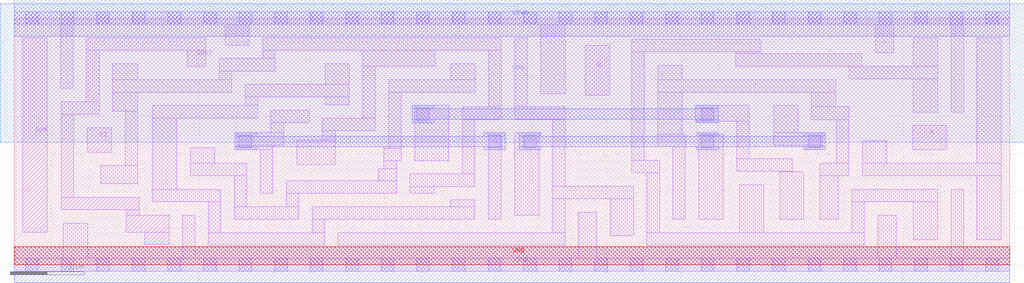
<source format=lef>
# Copyright 2020 The SkyWater PDK Authors
#
# Licensed under the Apache License, Version 2.0 (the "License");
# you may not use this file except in compliance with the License.
# You may obtain a copy of the License at
#
#     https://www.apache.org/licenses/LICENSE-2.0
#
# Unless required by applicable law or agreed to in writing, software
# distributed under the License is distributed on an "AS IS" BASIS,
# WITHOUT WARRANTIES OR CONDITIONS OF ANY KIND, either express or implied.
# See the License for the specific language governing permissions and
# limitations under the License.
#
# SPDX-License-Identifier: Apache-2.0

VERSION 5.7 ;
  NOWIREEXTENSIONATPIN ON ;
  DIVIDERCHAR "/" ;
  BUSBITCHARS "[]" ;
MACRO sky130_fd_sc_lp__fah_1
  CLASS CORE ;
  FOREIGN sky130_fd_sc_lp__fah_1 ;
  ORIGIN  0.000000  0.000000 ;
  SIZE  13.44000 BY  3.330000 ;
  SYMMETRY X Y R90 ;
  SITE unit ;
  PIN A
    ANTENNAGATEAREA  0.492000 ;
    DIRECTION INPUT ;
    USE SIGNAL ;
    PORT
      LAYER li1 ;
        RECT 12.125000 1.550000 12.590000 1.880000 ;
    END
  END A
  PIN B
    ANTENNAGATEAREA  0.759000 ;
    DIRECTION INPUT ;
    USE SIGNAL ;
    PORT
      LAYER li1 ;
        RECT 7.705000 2.290000 8.035000 2.960000 ;
    END
  END B
  PIN CI
    ANTENNAGATEAREA  0.246000 ;
    DIRECTION INPUT ;
    USE SIGNAL ;
    PORT
      LAYER li1 ;
        RECT 0.985000 1.520000 1.315000 1.850000 ;
    END
  END CI
  PIN COUT
    ANTENNADIFFAREA  0.598500 ;
    DIRECTION OUTPUT ;
    USE SIGNAL ;
    PORT
      LAYER li1 ;
        RECT 0.635000 0.740000 1.685000 0.910000 ;
        RECT 0.635000 0.910000 0.805000 2.030000 ;
        RECT 0.635000 2.030000 1.145000 2.200000 ;
        RECT 0.975000 2.200000 1.145000 2.895000 ;
        RECT 0.975000 2.895000 2.585000 3.065000 ;
        RECT 1.515000 0.440000 2.090000 0.670000 ;
        RECT 1.515000 0.670000 1.685000 0.740000 ;
        RECT 1.760000 0.280000 2.090000 0.440000 ;
        RECT 2.335000 2.680000 2.585000 2.895000 ;
    END
  END COUT
  PIN SUM
    ANTENNADIFFAREA  0.598500 ;
    DIRECTION OUTPUT ;
    USE SIGNAL ;
    PORT
      LAYER li1 ;
        RECT 0.115000 0.440000 0.445000 3.065000 ;
    END
  END SUM
  PIN VGND
    DIRECTION INOUT ;
    USE GROUND ;
    PORT
      LAYER met1 ;
        RECT 0.000000 -0.245000 13.440000 0.245000 ;
    END
  END VGND
  PIN VNB
    DIRECTION INOUT ;
    USE GROUND ;
    PORT
      LAYER pwell ;
        RECT 0.000000 0.000000 13.440000 0.245000 ;
    END
  END VNB
  PIN VPB
    DIRECTION INOUT ;
    USE POWER ;
    PORT
      LAYER nwell ;
        RECT -0.190000 1.655000 13.630000 3.520000 ;
    END
  END VPB
  PIN VPWR
    DIRECTION INOUT ;
    USE POWER ;
    PORT
      LAYER met1 ;
        RECT 0.000000 3.085000 13.440000 3.575000 ;
    END
  END VPWR
  OBS
    LAYER li1 ;
      RECT  0.000000 -0.085000 13.440000 0.085000 ;
      RECT  0.000000  3.245000 13.440000 3.415000 ;
      RECT  0.625000  2.380000  0.795000 3.245000 ;
      RECT  0.660000  0.085000  0.990000 0.560000 ;
      RECT  1.170000  1.090000  1.665000 1.340000 ;
      RECT  1.325000  2.075000  1.665000 2.330000 ;
      RECT  1.325000  2.330000  2.935000 2.500000 ;
      RECT  1.325000  2.500000  1.665000 2.715000 ;
      RECT  1.495000  1.340000  1.665000 2.075000 ;
      RECT  1.865000  0.850000  2.790000 1.020000 ;
      RECT  1.865000  1.020000  2.195000 1.980000 ;
      RECT  1.865000  1.980000  3.285000 2.150000 ;
      RECT  2.270000  0.085000  2.440000 0.670000 ;
      RECT  2.375000  1.200000  3.140000 1.370000 ;
      RECT  2.375000  1.370000  2.705000 1.580000 ;
      RECT  2.620000  0.265000  4.190000 0.435000 ;
      RECT  2.620000  0.435000  2.790000 0.850000 ;
      RECT  2.765000  2.500000  2.935000 2.615000 ;
      RECT  2.765000  2.615000  3.525000 2.785000 ;
      RECT  2.845000  2.965000  3.175000 3.245000 ;
      RECT  2.970000  0.615000  3.840000 0.785000 ;
      RECT  2.970000  0.785000  3.140000 1.200000 ;
      RECT  3.005000  1.550000  3.490000 1.610000 ;
      RECT  3.005000  1.610000  3.635000 1.780000 ;
      RECT  3.115000  2.150000  3.285000 2.265000 ;
      RECT  3.115000  2.265000  4.525000 2.435000 ;
      RECT  3.320000  0.965000  3.490000 1.550000 ;
      RECT  3.355000  2.785000  3.525000 2.895000 ;
      RECT  3.355000  2.895000  6.575000 3.065000 ;
      RECT  3.465000  1.780000  3.635000 1.915000 ;
      RECT  3.465000  1.915000  3.980000 2.085000 ;
      RECT  3.670000  0.785000  3.840000 0.965000 ;
      RECT  3.670000  0.965000  5.160000 1.135000 ;
      RECT  3.815000  1.350000  4.330000 1.680000 ;
      RECT  4.020000  0.435000  4.190000 0.615000 ;
      RECT  4.020000  0.615000  6.215000 0.785000 ;
      RECT  4.160000  1.680000  4.330000 1.810000 ;
      RECT  4.160000  1.810000  4.875000 1.980000 ;
      RECT  4.195000  2.160000  4.525000 2.265000 ;
      RECT  4.195000  2.435000  4.525000 2.715000 ;
      RECT  4.370000  0.265000  7.435000 0.435000 ;
      RECT  4.705000  1.980000  4.875000 2.680000 ;
      RECT  4.705000  2.680000  5.680000 2.895000 ;
      RECT  4.910000  1.135000  5.160000 1.295000 ;
      RECT  4.990000  1.295000  5.160000 1.405000 ;
      RECT  4.990000  1.405000  5.225000 1.575000 ;
      RECT  5.055000  1.575000  5.225000 2.330000 ;
      RECT  5.055000  2.330000  6.225000 2.500000 ;
      RECT  5.340000  0.965000  5.670000 1.055000 ;
      RECT  5.340000  1.055000  6.215000 1.225000 ;
      RECT  5.405000  1.405000  5.865000 2.150000 ;
      RECT  5.885000  0.785000  6.215000 0.875000 ;
      RECT  5.895000  2.500000  6.225000 2.715000 ;
      RECT  6.045000  1.225000  6.215000 1.960000 ;
      RECT  6.045000  1.960000  6.575000 2.130000 ;
      RECT  6.395000  0.615000  6.575000 1.780000 ;
      RECT  6.405000  2.130000  6.575000 2.895000 ;
      RECT  6.755000  0.665000  7.085000 1.780000 ;
      RECT  6.755000  1.960000  7.435000 2.130000 ;
      RECT  6.755000  2.130000  6.925000 3.065000 ;
      RECT  7.105000  2.310000  7.435000 3.245000 ;
      RECT  7.265000  0.435000  7.435000 0.890000 ;
      RECT  7.265000  0.890000  8.360000 1.060000 ;
      RECT  7.265000  1.060000  7.435000 1.960000 ;
      RECT  7.615000  0.085000  7.865000 0.710000 ;
      RECT  8.045000  0.390000  8.360000 0.890000 ;
      RECT  8.335000  1.240000  8.710000 1.410000 ;
      RECT  8.335000  1.410000  8.505000 2.875000 ;
      RECT  8.335000  2.875000 10.070000 3.045000 ;
      RECT  8.540000  0.265000 11.475000 0.435000 ;
      RECT  8.540000  0.435000  8.710000 1.240000 ;
      RECT  8.685000  1.590000  9.060000 1.760000 ;
      RECT  8.685000  1.760000  9.015000 2.330000 ;
      RECT  8.685000  2.330000 11.090000 2.500000 ;
      RECT  8.685000  2.500000  9.015000 2.695000 ;
      RECT  8.890000  0.615000  9.060000 1.590000 ;
      RECT  9.195000  1.940000  9.920000 2.150000 ;
      RECT  9.240000  0.615000  9.570000 1.760000 ;
      RECT  9.740000  2.680000 11.440000 2.850000 ;
      RECT  9.740000  2.850000 10.070000 2.875000 ;
      RECT  9.750000  1.260000 10.500000 1.430000 ;
      RECT  9.750000  1.430000  9.920000 1.940000 ;
      RECT  9.785000  0.435000 10.115000 1.080000 ;
      RECT 10.250000  1.610000 10.915000 1.780000 ;
      RECT 10.250000  1.780000 10.580000 2.150000 ;
      RECT 10.330000  0.615000 10.660000 1.255000 ;
      RECT 10.330000  1.255000 10.500000 1.260000 ;
      RECT 10.685000  1.550000 10.915000 1.610000 ;
      RECT 10.760000  1.960000 11.265000 2.130000 ;
      RECT 10.760000  2.130000 11.090000 2.330000 ;
      RECT 10.875000  0.615000 11.125000 1.200000 ;
      RECT 10.875000  1.200000 11.265000 1.370000 ;
      RECT 11.095000  1.370000 11.265000 1.960000 ;
      RECT 11.270000  2.510000 12.465000 2.680000 ;
      RECT 11.305000  0.435000 11.475000 0.850000 ;
      RECT 11.305000  0.850000 12.465000 1.020000 ;
      RECT 11.445000  1.200000 13.325000 1.370000 ;
      RECT 11.445000  1.370000 11.775000 1.675000 ;
      RECT 11.620000  2.860000 11.870000 3.245000 ;
      RECT 11.655000  0.085000 11.905000 0.670000 ;
      RECT 12.135000  0.340000 12.465000 0.850000 ;
      RECT 12.135000  2.060000 12.465000 2.510000 ;
      RECT 12.135000  2.680000 12.465000 3.065000 ;
      RECT 12.645000  0.085000 12.815000 1.020000 ;
      RECT 12.645000  2.060000 12.815000 3.245000 ;
      RECT 12.995000  0.340000 13.325000 1.200000 ;
      RECT 12.995000  1.370000 13.325000 3.065000 ;
    LAYER mcon ;
      RECT  0.155000 -0.085000  0.325000 0.085000 ;
      RECT  0.155000  3.245000  0.325000 3.415000 ;
      RECT  0.635000 -0.085000  0.805000 0.085000 ;
      RECT  0.635000  3.245000  0.805000 3.415000 ;
      RECT  1.115000 -0.085000  1.285000 0.085000 ;
      RECT  1.115000  3.245000  1.285000 3.415000 ;
      RECT  1.595000 -0.085000  1.765000 0.085000 ;
      RECT  1.595000  3.245000  1.765000 3.415000 ;
      RECT  2.075000 -0.085000  2.245000 0.085000 ;
      RECT  2.075000  3.245000  2.245000 3.415000 ;
      RECT  2.555000 -0.085000  2.725000 0.085000 ;
      RECT  2.555000  3.245000  2.725000 3.415000 ;
      RECT  3.035000 -0.085000  3.205000 0.085000 ;
      RECT  3.035000  1.580000  3.205000 1.750000 ;
      RECT  3.035000  3.245000  3.205000 3.415000 ;
      RECT  3.515000 -0.085000  3.685000 0.085000 ;
      RECT  3.515000  3.245000  3.685000 3.415000 ;
      RECT  3.995000 -0.085000  4.165000 0.085000 ;
      RECT  3.995000  3.245000  4.165000 3.415000 ;
      RECT  4.475000 -0.085000  4.645000 0.085000 ;
      RECT  4.475000  3.245000  4.645000 3.415000 ;
      RECT  4.955000 -0.085000  5.125000 0.085000 ;
      RECT  4.955000  3.245000  5.125000 3.415000 ;
      RECT  5.435000 -0.085000  5.605000 0.085000 ;
      RECT  5.435000  1.950000  5.605000 2.120000 ;
      RECT  5.435000  3.245000  5.605000 3.415000 ;
      RECT  5.915000 -0.085000  6.085000 0.085000 ;
      RECT  5.915000  3.245000  6.085000 3.415000 ;
      RECT  6.395000 -0.085000  6.565000 0.085000 ;
      RECT  6.395000  1.580000  6.565000 1.750000 ;
      RECT  6.395000  3.245000  6.565000 3.415000 ;
      RECT  6.875000 -0.085000  7.045000 0.085000 ;
      RECT  6.875000  1.580000  7.045000 1.750000 ;
      RECT  6.875000  3.245000  7.045000 3.415000 ;
      RECT  7.355000 -0.085000  7.525000 0.085000 ;
      RECT  7.355000  3.245000  7.525000 3.415000 ;
      RECT  7.835000 -0.085000  8.005000 0.085000 ;
      RECT  7.835000  3.245000  8.005000 3.415000 ;
      RECT  8.315000 -0.085000  8.485000 0.085000 ;
      RECT  8.315000  3.245000  8.485000 3.415000 ;
      RECT  8.795000 -0.085000  8.965000 0.085000 ;
      RECT  8.795000  3.245000  8.965000 3.415000 ;
      RECT  9.275000 -0.085000  9.445000 0.085000 ;
      RECT  9.275000  1.580000  9.445000 1.750000 ;
      RECT  9.275000  1.950000  9.445000 2.120000 ;
      RECT  9.275000  3.245000  9.445000 3.415000 ;
      RECT  9.755000 -0.085000  9.925000 0.085000 ;
      RECT  9.755000  3.245000  9.925000 3.415000 ;
      RECT 10.235000 -0.085000 10.405000 0.085000 ;
      RECT 10.235000  3.245000 10.405000 3.415000 ;
      RECT 10.715000 -0.085000 10.885000 0.085000 ;
      RECT 10.715000  1.580000 10.885000 1.750000 ;
      RECT 10.715000  3.245000 10.885000 3.415000 ;
      RECT 11.195000 -0.085000 11.365000 0.085000 ;
      RECT 11.195000  3.245000 11.365000 3.415000 ;
      RECT 11.675000 -0.085000 11.845000 0.085000 ;
      RECT 11.675000  3.245000 11.845000 3.415000 ;
      RECT 12.155000 -0.085000 12.325000 0.085000 ;
      RECT 12.155000  3.245000 12.325000 3.415000 ;
      RECT 12.635000 -0.085000 12.805000 0.085000 ;
      RECT 12.635000  3.245000 12.805000 3.415000 ;
      RECT 13.115000 -0.085000 13.285000 0.085000 ;
      RECT 13.115000  3.245000 13.285000 3.415000 ;
    LAYER met1 ;
      RECT  2.975000 1.550000  3.265000 1.595000 ;
      RECT  2.975000 1.595000  6.625000 1.735000 ;
      RECT  2.975000 1.735000  3.265000 1.780000 ;
      RECT  5.375000 1.920000  5.665000 1.965000 ;
      RECT  5.375000 1.965000  9.505000 2.105000 ;
      RECT  5.375000 2.105000  5.665000 2.150000 ;
      RECT  6.335000 1.550000  6.625000 1.595000 ;
      RECT  6.335000 1.735000  6.625000 1.780000 ;
      RECT  6.815000 1.550000  7.105000 1.595000 ;
      RECT  6.815000 1.595000 10.945000 1.735000 ;
      RECT  6.815000 1.735000  7.105000 1.780000 ;
      RECT  9.215000 1.550000  9.505000 1.595000 ;
      RECT  9.215000 1.735000  9.505000 1.780000 ;
      RECT  9.215000 1.920000  9.505000 1.965000 ;
      RECT  9.215000 2.105000  9.505000 2.150000 ;
      RECT 10.655000 1.550000 10.945000 1.595000 ;
      RECT 10.655000 1.735000 10.945000 1.780000 ;
  END
END sky130_fd_sc_lp__fah_1
END LIBRARY

</source>
